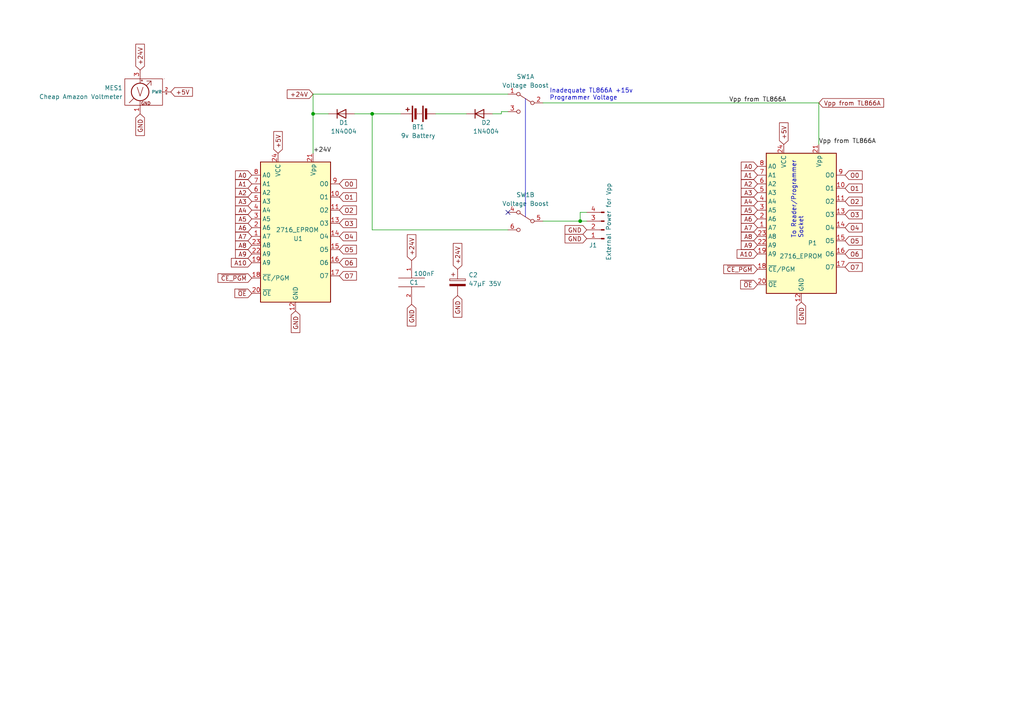
<source format=kicad_sch>
(kicad_sch (version 20230121) (generator eeschema)
  (paper "A4")
  (lib_symbols
    (symbol "Connector:Conn_01x04_Pin" (pin_names (offset 1.016) hide)
      (property "Reference" "J" (at 0 5.08 0))
      (property "Value" "Conn_01x04_Pin" (at 0 -7.62 0))
      (symbol "Conn_01x04_Pin_1_1"
        (polyline (pts (xy 1.27 -5.08) (xy 0.8636 -5.08)) (stroke (width 0.1524)))
        (polyline (pts (xy 1.27 -2.54) (xy 0.8636 -2.54)) (stroke (width 0.1524)))
        (polyline (pts (xy 1.27 0) (xy 0.8636 0)) (stroke (width 0.1524)))
        (polyline (pts (xy 1.27 2.54) (xy 0.8636 2.54)) (stroke (width 0.1524)))
        (rectangle (start 0.8636 -4.953) (end 0 -5.207) (stroke (width 0.1524)) (fill (type outline)))
        (rectangle (start 0.8636 -2.413) (end 0 -2.667) (stroke (width 0.1524)) (fill (type outline)))
        (rectangle (start 0.8636 0.127) (end 0 -0.127) (stroke (width 0.1524)) (fill (type outline)))
        (rectangle (start 0.8636 2.667) (end 0 2.413) (stroke (width 0.1524)) (fill (type outline)))
        (pin passive line (at 5.08 2.54 180) (length 3.81) (name "Pin_1") (number "1"))
        (pin passive line (at 5.08 0 180) (length 3.81) (name "Pin_2") (number "2"))
        (pin passive line (at 5.08 -2.54 180) (length 3.81) (name "Pin_3") (number "3"))
        (pin passive line (at 5.08 -5.08 180) (length 3.81) (name "Pin_4") (number "4"))
      )
    )
    (symbol "Device:Battery" (pin_numbers hide) (pin_names (offset 0) hide)
      (property "Reference" "BT" (at 2.54 2.54 0))
      (property "Value" "Battery" (at 2.54 0 0))
      (symbol "Battery_0_1"
        (rectangle (start -2.286 -1.27) (end 2.286 -1.524) (fill (type outline)))
        (rectangle (start -2.286 1.778) (end 2.286 1.524) (fill (type outline)))
        (rectangle (start -1.524 -2.032) (end 1.524 -2.54) (fill (type outline)))
        (rectangle (start -1.524 1.016) (end 1.524 0.508) (fill (type outline)))
        (polyline (pts (xy 0 -1.016) (xy 0 -0.762)))
        (polyline (pts (xy 0 -0.508) (xy 0 -0.254)))
        (polyline (pts (xy 0 0) (xy 0 0.254)))
        (polyline (pts (xy 0 1.778) (xy 0 2.54)))
        (polyline (pts (xy 0.762 3.048) (xy 1.778 3.048)) (stroke (width 0.254)))
        (polyline (pts (xy 1.27 3.556) (xy 1.27 2.54)) (stroke (width 0.254)))
      )
      (symbol "Battery_1_1"
        (pin passive line (at 0 5.08 270) (length 2.54) (name "+") (number "1"))
        (pin passive line (at 0 -5.08 90) (length 2.54) (name "-") (number "2"))
      )
    )
    (symbol "Device:C_Polarized" (pin_numbers hide) (pin_names (offset 0.254))
      (property "Reference" "C" (at 0.635 2.54 0))
      (property "Value" "C_Polarized" (at 0.635 -2.54 0))
      (symbol "C_Polarized_0_1"
        (rectangle (start -2.286 0.508) (end 2.286 1.016))
        (polyline (pts (xy -1.778 2.286) (xy -0.762 2.286)))
        (polyline (pts (xy -1.27 2.794) (xy -1.27 1.778)))
        (rectangle (start 2.286 -0.508) (end -2.286 -1.016) (fill (type outline)))
      )
      (symbol "C_Polarized_1_1"
        (pin passive line (at 0 3.81 270) (length 2.794) (name "~") (number "1"))
        (pin passive line (at 0 -3.81 90) (length 2.794) (name "~") (number "2"))
      )
    )
    (symbol "Diode:1N4004" (pin_numbers hide) (pin_names hide)
      (property "Reference" "D" (at 0 2.54 0))
      (property "Value" "1N4004" (at 0 -2.54 0))
      (symbol "1N4004_0_1"
        (polyline (pts (xy -1.27 1.27) (xy -1.27 -1.27)) (stroke (width 0.254)))
        (polyline (pts (xy 1.27 0) (xy -1.27 0)))
        (polyline (pts (xy 1.27 1.27) (xy 1.27 -1.27) (xy -1.27 0) (xy 1.27 1.27)) (stroke (width 0.254)))
      )
      (symbol "1N4004_1_1"
        (pin passive line (at -3.81 0 0) (length 2.54) (name "K") (number "1"))
        (pin passive line (at 3.81 0 180) (length 2.54) (name "A") (number "2"))
      )
    )
    (symbol "ForgottenMachines:2716_EPROM"
      (property "Reference" "U" (at -10.16 20.32 0))
      (property "Value" "2716_EPROM" (at 0 -7.62 90))
      (symbol "2716_EPROM_1_1"
        (rectangle (start -10.16 19.05) (end 10.16 -21.59) (stroke (width 0.254)) (fill (type background)))
        (pin input line (at -12.7 -2.54 0) (length 2.54) (name "A7") (number "1"))
        (pin tri_state line (at 12.7 8.89 180) (length 2.54) (name "O1") (number "10"))
        (pin tri_state line (at 12.7 5.08 180) (length 2.54) (name "O2") (number "11"))
        (pin power_in line (at 0 -24.13 90) (length 2.54) (name "GND") (number "12"))
        (pin tri_state line (at 12.7 1.27 180) (length 2.54) (name "O3") (number "13"))
        (pin tri_state line (at 12.7 -2.54 180) (length 2.54) (name "O4") (number "14"))
        (pin tri_state line (at 12.7 -6.35 180) (length 2.54) (name "O5") (number "15"))
        (pin tri_state line (at 12.7 -10.16 180) (length 2.54) (name "O6") (number "16"))
        (pin tri_state line (at 12.7 -13.97 180) (length 2.54) (name "O7") (number "17"))
        (pin input line (at -12.7 -14.605 0) (length 2.54) (name "~{CE}/PGM") (number "18"))
        (pin input line (at -12.7 -10.16 0) (length 2.54) (name "A9") (number "19"))
        (pin input line (at -12.7 0 0) (length 2.54) (name "A6") (number "2"))
        (pin input line (at -12.7 -19.05 0) (length 2.54) (name "~{OE}") (number "20"))
        (pin power_in line (at 5.08 21.59 270) (length 2.54) (name "Vpp") (number "21"))
        (pin input line (at -12.7 -7.62 0) (length 2.54) (name "A9") (number "22"))
        (pin input line (at -12.7 -5.08 0) (length 2.54) (name "A8") (number "23"))
        (pin power_in line (at -5.08 21.59 270) (length 2.54) (name "VCC") (number "24"))
        (pin input line (at -12.7 2.54 0) (length 2.54) (name "A5") (number "3"))
        (pin input line (at -12.7 5.08 0) (length 2.54) (name "A4") (number "4"))
        (pin input line (at -12.7 7.62 0) (length 2.54) (name "A3") (number "5"))
        (pin input line (at -12.7 10.16 0) (length 2.54) (name "A2") (number "6"))
        (pin input line (at -12.7 12.7 0) (length 2.54) (name "A1") (number "7"))
        (pin input line (at -12.7 15.24 0) (length 2.54) (name "A0") (number "8"))
        (pin tri_state line (at 12.7 12.7 180) (length 2.54) (name "O0") (number "9"))
      )
    )
    (symbol "ForgottenMachines:CAP_Disc_Common_-_Entrex_Trapezoid" (pin_names (offset 0.254))
      (property "Reference" "C49" (at -1.27 0 0))
      (symbol "CAP_Disc_Common_-_Entrex_Trapezoid_0_1"
        (polyline (pts (xy -3.81 -1.27) (xy 3.81 -1.27)))
        (polyline (pts (xy -3.81 1.27) (xy 3.81 1.27)))
      )
      (symbol "CAP_Disc_Common_-_Entrex_Trapezoid_1_1"
        (pin passive line (at 0 6.35 270) (length 5.08) (name "~") (number "1"))
        (pin passive line (at 0 -6.35 90) (length 5.08) (name "~") (number "2"))
      )
    )
    (symbol "ForgottenMachines:Voltmeter Cheap Amazon" (pin_names (offset 0.0254))
      (property "Reference" "MES" (at -12.192 1.016 0))
      (property "Value" "Cheap Amazon Voltmeter" (at -12.192 -0.762 0))
      (symbol "Voltmeter Cheap Amazon_0_0"
        (polyline (pts (xy 1.27 -3.175) (xy 2.54 -1.905)))
        (polyline (pts (xy 6.35 1.905) (xy 7.62 3.175)))
        (polyline (pts (xy 6.35 3.175) (xy 7.62 3.175) (xy 7.62 1.905)))
        (text "V" (at 4.445 0 0) (effects (font (size 2.54 2.54))))
      )
      (symbol "Voltmeter Cheap Amazon_0_1"
        (polyline (pts (xy 4.445 -3.937) (xy 4.445 -2.54)))
        (polyline (pts (xy 4.445 3.81) (xy 4.445 2.667)))
        (polyline (pts (xy 4.699 3.302) (xy 5.207 3.302)))
        (polyline (pts (xy 4.953 3.556) (xy 4.953 3.048)))
        (polyline (pts (xy 11.811 -0.508) (xy 12.319 -0.508)))
        (polyline (pts (xy 12.065 -0.254) (xy 12.065 -0.762)))
        (rectangle (start 0 3.81) (end 10.9474 -3.8608))
        (circle (center 4.445 0) (radius 2.54) (stroke (width 0.254)))
        (rectangle (start 11.43 3.81) (end 11.43 3.81))
        (text "GND" (at 6.096 -3.302 0) (effects (font (size 0.9 0.9))))
      )
      (symbol "Voltmeter Cheap Amazon_1_1"
        (pin power_in line (at 4.445 -6.35 90) (length 2.54) (name "") (number "1"))
        (pin power_in line (at 13.335 0 180) (length 2.54) (name "PWR") (number "2"))
        (pin power_in line (at 4.445 6.35 270) (length 2.54) (name "") (number "3"))
      )
    )
    (symbol "Switch:SW_DPDT_x2" (pin_names (offset 0) hide)
      (property "Reference" "SW" (at 0 4.318 0))
      (property "Value" "SW_DPDT_x2" (at 0 -5.08 0))
      (symbol "SW_DPDT_x2_0_0"
        (circle (center -2.032 0) (radius 0.508))
        (circle (center 2.032 -2.54) (radius 0.508))
      )
      (symbol "SW_DPDT_x2_0_1"
        (polyline (pts (xy -1.524 0.254) (xy 1.651 2.286)))
        (circle (center 2.032 2.54) (radius 0.508))
      )
      (symbol "SW_DPDT_x2_1_1"
        (pin passive line (at 5.08 2.54 180) (length 2.54) (name "A") (number "1"))
        (pin passive line (at -5.08 0 0) (length 2.54) (name "B") (number "2"))
        (pin passive line (at 5.08 -2.54 180) (length 2.54) (name "C") (number "3"))
      )
      (symbol "SW_DPDT_x2_2_1"
        (pin passive line (at 5.08 2.54 180) (length 2.54) (name "A") (number "4"))
        (pin passive line (at -5.08 0 0) (length 2.54) (name "B") (number "5"))
        (pin passive line (at 5.08 -2.54 180) (length 2.54) (name "C") (number "6"))
      )
    )
  )
  (junction (at 168.275 64.135))
  (junction (at 107.95 33.02))
  (junction (at 90.805 33.02))
  (no_connect (at 147.32 61.595))
  (wire (pts (xy 107.95 33.02) (xy 116.205 33.02)))
  (wire (pts (xy 147.32 66.675) (xy 107.95 66.675)))
  (wire (pts (xy 90.805 27.305) (xy 147.32 27.305)))
  (wire (pts (xy 157.48 64.135) (xy 168.275 64.135)))
  (wire (pts (xy 90.805 27.305) (xy 90.805 33.02)))
  (wire (pts (xy 126.365 33.02) (xy 135.255 33.02)))
  (wire (pts (xy 142.875 33.02) (xy 145.415 33.02)))
  (wire (pts (xy 90.805 33.02) (xy 90.805 44.45)))
  (wire (pts (xy 237.49 29.845) (xy 237.49 41.91)))
  (wire (pts (xy 102.87 33.02) (xy 107.95 33.02)))
  (wire (pts (xy 95.25 33.02) (xy 90.805 33.02)))
  (wire (pts (xy 145.415 33.02) (xy 145.415 32.385)))
  (wire (pts (xy 107.95 33.02) (xy 107.95 66.675)))
  (wire (pts (xy 170.18 61.595) (xy 168.275 61.595)))
  (wire (pts (xy 168.275 64.135) (xy 170.18 64.135)))
  (wire (pts (xy 168.275 61.595) (xy 168.275 64.135)))
  (wire (pts (xy 145.415 32.385) (xy 147.32 32.385)))
  (wire (pts (xy 157.48 29.845) (xy 237.49 29.845)))
  (rectangle (start 152.4 28.575) (end 152.4 62.865))
  (text "To Reader/Programmer\nSocket" (at 233.045 69.215 90) (effects (font (size 1.27 1.27)) (justify left bottom)))
  (text "Inadequate TL866A +15v\nProgrammer Voltage" (at 159.385 29.21 0) (effects (font (size 1.27 1.27)) (justify left bottom)))
  (label "Vpp from TL866A" (at 211.455 29.845 0))
  (label "Vpp from TL866A" (at 237.49 41.91 0))
  (label "+24V" (at 90.805 44.45 0))
  (global_label "GND" (shape input) (at 119.38 88.265 270) (property "Intersheetrefs" "${INTERSHEET_REFS}" (effects hide)))
  (global_label "O5" (shape input) (at 245.11 69.85 0) (property "Intersheetrefs" "${INTERSHEET_REFS}" (effects hide)))
  (global_label "GND" (shape input) (at 170.18 66.675 180) (property "Intersheetrefs" "${INTERSHEET_REFS}" (effects hide)))
  (global_label "+24V" (shape input) (at 119.38 75.565 90) (property "Intersheetrefs" "${INTERSHEET_REFS}" (effects hide)))
  (global_label "O7" (shape input) (at 245.11 77.47 0) (property "Intersheetrefs" "${INTERSHEET_REFS}" (effects hide)))
  (global_label "O3" (shape input) (at 245.11 62.23 0) (property "Intersheetrefs" "${INTERSHEET_REFS}" (effects hide)))
  (global_label "GND" (shape input) (at 132.715 85.725 270) (property "Intersheetrefs" "${INTERSHEET_REFS}" (effects hide)))
  (global_label "O5" (shape input) (at 98.425 72.39 0) (property "Intersheetrefs" "${INTERSHEET_REFS}" (effects hide)))
  (global_label "GND" (shape input) (at 170.18 69.215 180) (property "Intersheetrefs" "${INTERSHEET_REFS}" (effects hide)))
  (global_label "O0" (shape input) (at 98.425 53.34 0) (property "Intersheetrefs" "${INTERSHEET_REFS}" (effects hide)))
  (global_label "O0" (shape input) (at 245.11 50.8 0) (property "Intersheetrefs" "${INTERSHEET_REFS}" (effects hide)))
  (global_label "~{CE_PGM}" (shape input) (at 219.71 78.105 180) (property "Intersheetrefs" "${INTERSHEET_REFS}" (effects hide)))
  (global_label "A5" (shape input) (at 219.71 60.96 180) (property "Intersheetrefs" "${INTERSHEET_REFS}" (effects hide)))
  (global_label "Vpp from TL866A" (shape input) (at 237.49 29.845 0) (property "Intersheetrefs" "${INTERSHEET_REFS}" (effects hide)))
  (global_label "O7" (shape input) (at 98.425 80.01 0) (property "Intersheetrefs" "${INTERSHEET_REFS}" (effects hide)))
  (global_label "+5V" (shape input) (at 80.645 44.45 90) (property "Intersheetrefs" "${INTERSHEET_REFS}" (effects hide)))
  (global_label "A0" (shape input) (at 219.71 48.26 180) (property "Intersheetrefs" "${INTERSHEET_REFS}" (effects hide)))
  (global_label "~{OE}" (shape input) (at 73.025 85.09 180) (property "Intersheetrefs" "${INTERSHEET_REFS}" (effects hide)))
  (global_label "A5" (shape input) (at 73.025 63.5 180) (property "Intersheetrefs" "${INTERSHEET_REFS}" (effects hide)))
  (global_label "GND" (shape input) (at 85.725 90.17 270) (property "Intersheetrefs" "${INTERSHEET_REFS}" (effects hide)))
  (global_label "A10" (shape input) (at 219.71 73.66 180) (property "Intersheetrefs" "${INTERSHEET_REFS}" (effects hide)))
  (global_label "A1" (shape input) (at 219.71 50.8 180) (property "Intersheetrefs" "${INTERSHEET_REFS}" (effects hide)))
  (global_label "O6" (shape input) (at 245.11 73.66 0) (property "Intersheetrefs" "${INTERSHEET_REFS}" (effects hide)))
  (global_label "GND" (shape input) (at 40.64 33.02 270) (property "Intersheetrefs" "${INTERSHEET_REFS}" (effects hide)))
  (global_label "+5V" (shape input) (at 227.33 41.91 90) (property "Intersheetrefs" "${INTERSHEET_REFS}" (effects hide)))
  (global_label "A6" (shape input) (at 219.71 63.5 180) (property "Intersheetrefs" "${INTERSHEET_REFS}" (effects hide)))
  (global_label "+24V" (shape input) (at 90.805 27.305 180) (property "Intersheetrefs" "${INTERSHEET_REFS}" (effects hide)))
  (global_label "A4" (shape input) (at 73.025 60.96 180) (property "Intersheetrefs" "${INTERSHEET_REFS}" (effects hide)))
  (global_label "O1" (shape input) (at 245.11 54.61 0) (property "Intersheetrefs" "${INTERSHEET_REFS}" (effects hide)))
  (global_label "~{OE}" (shape input) (at 219.71 82.55 180) (property "Intersheetrefs" "${INTERSHEET_REFS}" (effects hide)))
  (global_label "+24V" (shape input) (at 40.64 20.32 90) (property "Intersheetrefs" "${INTERSHEET_REFS}" (effects hide)))
  (global_label "+5V" (shape input) (at 49.53 26.67 0) (property "Intersheetrefs" "${INTERSHEET_REFS}" (effects hide)))
  (global_label "A7" (shape input) (at 219.71 66.04 180) (property "Intersheetrefs" "${INTERSHEET_REFS}" (effects hide)))
  (global_label "O6" (shape input) (at 98.425 76.2 0) (property "Intersheetrefs" "${INTERSHEET_REFS}" (effects hide)))
  (global_label "GND" (shape input) (at 232.41 87.63 270) (property "Intersheetrefs" "${INTERSHEET_REFS}" (effects hide)))
  (global_label "O2" (shape input) (at 245.11 58.42 0) (property "Intersheetrefs" "${INTERSHEET_REFS}" (effects hide)))
  (global_label "A8" (shape input) (at 219.71 68.58 180) (property "Intersheetrefs" "${INTERSHEET_REFS}" (effects hide)))
  (global_label "A6" (shape input) (at 73.025 66.04 180) (property "Intersheetrefs" "${INTERSHEET_REFS}" (effects hide)))
  (global_label "A2" (shape input) (at 219.71 53.34 180) (property "Intersheetrefs" "${INTERSHEET_REFS}" (effects hide)))
  (global_label "O4" (shape input) (at 98.425 68.58 0) (property "Intersheetrefs" "${INTERSHEET_REFS}" (effects hide)))
  (global_label "~{CE_PGM}" (shape input) (at 73.025 80.645 180) (property "Intersheetrefs" "${INTERSHEET_REFS}" (effects hide)))
  (global_label "A3" (shape input) (at 73.025 58.42 180) (property "Intersheetrefs" "${INTERSHEET_REFS}" (effects hide)))
  (global_label "A9" (shape input) (at 219.71 71.12 180) (property "Intersheetrefs" "${INTERSHEET_REFS}" (effects hide)))
  (global_label "A1" (shape input) (at 73.025 53.34 180) (property "Intersheetrefs" "${INTERSHEET_REFS}" (effects hide)))
  (global_label "A3" (shape input) (at 219.71 55.88 180) (property "Intersheetrefs" "${INTERSHEET_REFS}" (effects hide)))
  (global_label "A8" (shape input) (at 73.025 71.12 180) (property "Intersheetrefs" "${INTERSHEET_REFS}" (effects hide)))
  (global_label "+24V" (shape input) (at 132.715 78.105 90) (property "Intersheetrefs" "${INTERSHEET_REFS}" (effects hide)))
  (global_label "A4" (shape input) (at 219.71 58.42 180) (property "Intersheetrefs" "${INTERSHEET_REFS}" (effects hide)))
  (global_label "O3" (shape input) (at 98.425 64.77 0) (property "Intersheetrefs" "${INTERSHEET_REFS}" (effects hide)))
  (global_label "A0" (shape input) (at 73.025 50.8 180) (property "Intersheetrefs" "${INTERSHEET_REFS}" (effects hide)))
  (global_label "O2" (shape input) (at 98.425 60.96 0) (property "Intersheetrefs" "${INTERSHEET_REFS}" (effects hide)))
  (global_label "A7" (shape input) (at 73.025 68.58 180) (property "Intersheetrefs" "${INTERSHEET_REFS}" (effects hide)))
  (global_label "O4" (shape input) (at 245.11 66.04 0) (property "Intersheetrefs" "${INTERSHEET_REFS}" (effects hide)))
  (global_label "A10" (shape input) (at 73.025 76.2 180) (property "Intersheetrefs" "${INTERSHEET_REFS}" (effects hide)))
  (global_label "A2" (shape input) (at 73.025 55.88 180) (property "Intersheetrefs" "${INTERSHEET_REFS}" (effects hide)))
  (global_label "A9" (shape input) (at 73.025 73.66 180) (property "Intersheetrefs" "${INTERSHEET_REFS}" (effects hide)))
  (global_label "O1" (shape input) (at 98.425 57.15 0) (property "Intersheetrefs" "${INTERSHEET_REFS}" (effects hide)))
  (symbol (lib_id "Connector:Conn_01x04_Pin") (at 175.26 66.675 180) (unit 1)
    (property "Reference" "J1" (at 170.815 71.12 0) (effects (justify right)))
    (property "Value" "External Power for Vpp" (at 176.53 75.565 90) (effects (justify right)))
    (property "Footprint" "Connector_PinHeader_2.54mm:PinHeader_1x04_P2.54mm_Vertical" (effects hide))
  )
  (symbol (lib_id "Switch:SW_DPDT_x2") (at 152.4 64.135 0) (mirror y) (unit 2)
    (property "Reference" "SW1" (at 152.4 56.515 0))
    (property "Value" "Voltage Boost" (at 152.4 59.055 0))
    (property "Footprint" "Forgotten Machines:SW_Slide_DPDT" (effects hide))
  )
  (symbol (lib_id "Diode:1N4004") (at 99.06 33.02 0) (unit 1)
    (property "Reference" "D1" (at 99.695 35.56 0))
    (property "Value" "1N4004" (at 99.695 38.1 0))
    (property "Footprint" "Diode_THT:D_DO-41_SOD81_P10.16mm_Horizontal" (effects hide))
    (property "Datasheet" "http://www.vishay.com/docs/88503/1n4001.pdf" (effects hide))
    (property "Sim.Device" "D" (effects hide))
    (property "Sim.Pins" "1=K 2=A" (effects hide))
  )
  (symbol (lib_id "Device:C_Polarized") (at 132.715 81.915 0) (unit 1)
    (property "Reference" "C2" (at 135.89 79.756 0) (effects (justify left)))
    (property "Value" "47μF 35V" (at 135.89 82.296 0) (effects (justify left)))
    (property "Footprint" "Capacitor_THT:CP_Radial_D5.0mm_P2.50mm" (effects hide))
  )
  (symbol (lib_id "ForgottenMachines:CAP_Disc_Common_-_Entrex_Trapezoid") (at 119.38 81.915 0) (unit 1)
    (property "Reference" "C1" (at 118.745 81.915 0) (effects (justify left)))
    (property "Value" "100nF" (at 120.015 79.375 0) (effects (justify left)))
    (property "Footprint" "Forgotten Machines:Disc Capacitor Common Entrex Trapezoid" (effects hide))
  )
  (symbol (lib_id "ForgottenMachines:2716_EPROM") (at 85.725 66.04 0) (unit 1)
    (property "Reference" "U1" (at 85.09 69.215 0) (effects (justify left)))
    (property "Value" "2716_EPROM" (at 80.01 66.675 0) (effects (justify left)))
    (property "Footprint" "Package_DIP:DIP-24_W15.24mm" (effects hide))
  )
  (symbol (lib_id "ForgottenMachines:2716_EPROM") (at 232.41 63.5 0) (unit 1)
    (property "Reference" "P1" (at 234.315 70.485 0) (effects (justify left)))
    (property "Value" "2716_EPROM" (at 226.06 74.295 0) (effects (justify left)))
    (property "Footprint" "Package_DIP:DIP-24_W15.24mm" (effects hide))
  )
  (symbol (lib_id "Switch:SW_DPDT_x2") (at 152.4 29.845 0) (mirror y) (unit 1)
    (property "Reference" "SW1" (at 152.4 22.225 0))
    (property "Value" "Voltage Boost" (at 152.4 24.765 0))
    (property "Footprint" "Forgotten Machines:SW_Slide_DPDT" (effects hide))
  )
  (symbol (lib_id "Diode:1N4004") (at 139.065 33.02 0) (unit 1)
    (property "Reference" "D2" (at 140.97 35.56 0))
    (property "Value" "1N4004" (at 140.97 38.1 0))
    (property "Footprint" "Diode_THT:D_DO-41_SOD81_P10.16mm_Horizontal" (effects hide))
    (property "Datasheet" "http://www.vishay.com/docs/88503/1n4001.pdf" (effects hide))
    (property "Sim.Device" "D" (effects hide))
    (property "Sim.Pins" "1=K 2=A" (effects hide))
  )
  (symbol (lib_id "Device:Battery") (at 121.285 33.02 90) (unit 1)
    (property "Reference" "BT1" (at 121.285 36.83 90))
    (property "Value" "9v Battery" (at 121.285 39.37 90))
    (property "Footprint" "Forgotten Machines:9v Battery PCB-Mount" (effects hide))
  )
  (symbol (lib_id "ForgottenMachines:Voltmeter Cheap Amazon") (at 36.195 26.67 0) (unit 1)
    (property "Reference" "MES1" (at 35.56 25.508 0) (effects (justify right)))
    (property "Value" "Cheap Amazon Voltmeter" (at 35.56 28.048 0) (effects (justify right)))
    (property "Footprint" "Forgotten Machines:Cheap Amazon Voltmeter" (effects hide))
  )
)
</source>
